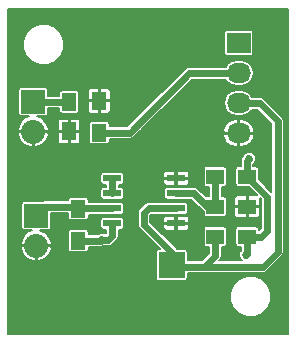
<source format=gbr>
G04 #@! TF.FileFunction,Copper,L1,Top,Signal*
%FSLAX46Y46*%
G04 Gerber Fmt 4.6, Leading zero omitted, Abs format (unit mm)*
G04 Created by KiCad (PCBNEW 4.0.1-2.201512121406+6195~38~ubuntu14.04.1-stable) date Thu 21 Apr 2016 07:43:07 PM CEST*
%MOMM*%
G01*
G04 APERTURE LIST*
%ADD10C,0.127000*%
%ADD11R,1.250000X1.500000*%
%ADD12R,2.032000X2.032000*%
%ADD13O,2.032000X2.032000*%
%ADD14R,1.300000X1.500000*%
%ADD15R,1.500000X1.300000*%
%ADD16R,1.550000X0.600000*%
%ADD17R,2.235200X2.235200*%
%ADD18R,2.032000X1.727200*%
%ADD19O,2.032000X1.727200*%
%ADD20C,0.685800*%
%ADD21C,0.609600*%
%ADD22C,0.152400*%
G04 APERTURE END LIST*
D10*
D11*
X153924000Y-86380000D03*
X153924000Y-88880000D03*
D12*
X150876000Y-86360000D03*
D13*
X150876000Y-88900000D03*
D12*
X151130000Y-96012000D03*
D13*
X151130000Y-98552000D03*
D14*
X154686000Y-98124000D03*
X154686000Y-95424000D03*
D15*
X168990000Y-97790000D03*
X166290000Y-97790000D03*
D14*
X156464000Y-88980000D03*
X156464000Y-86280000D03*
D15*
X168990000Y-92710000D03*
X166290000Y-92710000D03*
X166290000Y-95250000D03*
X168990000Y-95250000D03*
D16*
X162974000Y-96647000D03*
X162974000Y-95377000D03*
X162974000Y-94107000D03*
X162974000Y-92837000D03*
X157574000Y-92837000D03*
X157574000Y-94107000D03*
X157574000Y-95377000D03*
X157574000Y-96647000D03*
D17*
X162600000Y-100200000D03*
D18*
X168275000Y-81407000D03*
D19*
X168275000Y-83947000D03*
X168275000Y-86487000D03*
X168275000Y-89027000D03*
D20*
X168910000Y-99314000D03*
X169164000Y-91186000D03*
X156718000Y-98044000D03*
D21*
X153924000Y-86380000D02*
X150896000Y-86380000D01*
X150896000Y-86380000D02*
X150876000Y-86360000D01*
X168990000Y-97790000D02*
X168990000Y-99234000D01*
X168990000Y-99234000D02*
X168910000Y-99314000D01*
X168990000Y-92710000D02*
X168990000Y-91360000D01*
X168990000Y-91360000D02*
X169164000Y-91186000D01*
X168990000Y-97790000D02*
X170180000Y-97790000D01*
X170688000Y-94408000D02*
X168990000Y-92710000D01*
X170688000Y-97282000D02*
X170688000Y-94408000D01*
X170180000Y-97790000D02*
X170688000Y-97282000D01*
X156718000Y-98044000D02*
X157226000Y-98044000D01*
X156638000Y-98124000D02*
X156718000Y-98044000D01*
X154686000Y-98124000D02*
X156638000Y-98124000D01*
X157574000Y-97696000D02*
X157574000Y-96647000D01*
X157226000Y-98044000D02*
X157574000Y-97696000D01*
X157574000Y-95377000D02*
X154733000Y-95377000D01*
X154733000Y-95377000D02*
X154606000Y-95250000D01*
X154606000Y-95250000D02*
X151892000Y-95250000D01*
X151892000Y-95250000D02*
X151130000Y-96012000D01*
X171577000Y-90297000D02*
X171577000Y-88011000D01*
X165354000Y-100330000D02*
X170307000Y-100330000D01*
X171577000Y-99060000D02*
X170307000Y-100330000D01*
X171577000Y-90297000D02*
X171577000Y-99060000D01*
X170053000Y-86487000D02*
X168275000Y-86487000D01*
X171577000Y-88011000D02*
X170053000Y-86487000D01*
X164592000Y-100330000D02*
X165354000Y-100330000D01*
X165354000Y-100330000D02*
X166290000Y-99394000D01*
X162560000Y-100330000D02*
X162560000Y-99060000D01*
X162560000Y-99060000D02*
X160274000Y-96774000D01*
X160655000Y-95377000D02*
X162974000Y-95377000D01*
X160274000Y-95758000D02*
X160655000Y-95377000D01*
X160274000Y-96774000D02*
X160274000Y-95758000D01*
X162560000Y-100330000D02*
X164592000Y-100330000D01*
X166290000Y-99394000D02*
X166290000Y-97790000D01*
X168275000Y-83947000D02*
X164084000Y-83947000D01*
X159051000Y-88980000D02*
X156464000Y-88980000D01*
X164084000Y-83947000D02*
X159051000Y-88980000D01*
X166290000Y-95250000D02*
X165608000Y-95250000D01*
X165608000Y-95250000D02*
X164465000Y-94107000D01*
X164465000Y-94107000D02*
X162974000Y-94107000D01*
X166290000Y-92710000D02*
X166290000Y-95250000D01*
X157574000Y-92837000D02*
X157574000Y-94107000D01*
D22*
G36*
X172441400Y-106020400D02*
X148741600Y-106020400D01*
X148741600Y-103212331D01*
X167562101Y-103212331D01*
X167824710Y-103847894D01*
X168310548Y-104334581D01*
X168945652Y-104598299D01*
X169633331Y-104598899D01*
X170268894Y-104336290D01*
X170755581Y-103850452D01*
X171019299Y-103215348D01*
X171019899Y-102527669D01*
X170757290Y-101892106D01*
X170271452Y-101405419D01*
X169636348Y-101141701D01*
X168948669Y-101141101D01*
X168313106Y-101403710D01*
X167826419Y-101889548D01*
X167562701Y-102524652D01*
X167562101Y-103212331D01*
X148741600Y-103212331D01*
X148741600Y-98812617D01*
X149809268Y-98812617D01*
X149810066Y-98816645D01*
X150011815Y-99301617D01*
X150383798Y-99672467D01*
X150869383Y-99872736D01*
X151079200Y-99814695D01*
X151079200Y-98602800D01*
X151180800Y-98602800D01*
X151180800Y-99814695D01*
X151390617Y-99872736D01*
X151876202Y-99672467D01*
X152248185Y-99301617D01*
X152449934Y-98816645D01*
X152450732Y-98812617D01*
X152392628Y-98602800D01*
X151180800Y-98602800D01*
X151079200Y-98602800D01*
X149867372Y-98602800D01*
X149809268Y-98812617D01*
X148741600Y-98812617D01*
X148741600Y-98291383D01*
X149809268Y-98291383D01*
X149867372Y-98501200D01*
X151079200Y-98501200D01*
X151079200Y-98481200D01*
X151180800Y-98481200D01*
X151180800Y-98501200D01*
X152392628Y-98501200D01*
X152450732Y-98291383D01*
X152449934Y-98287355D01*
X152248185Y-97802383D01*
X151876202Y-97431533D01*
X151736704Y-97374000D01*
X153802922Y-97374000D01*
X153802922Y-98874000D01*
X153818862Y-98958714D01*
X153868928Y-99036518D01*
X153945320Y-99088715D01*
X154036000Y-99107078D01*
X155336000Y-99107078D01*
X155420714Y-99091138D01*
X155498518Y-99041072D01*
X155550715Y-98964680D01*
X155569078Y-98874000D01*
X155569078Y-98657400D01*
X156638000Y-98657400D01*
X156842123Y-98616797D01*
X156864555Y-98601809D01*
X156923628Y-98577400D01*
X157226000Y-98577400D01*
X157430123Y-98536797D01*
X157603171Y-98421171D01*
X157951171Y-98073171D01*
X158066797Y-97900124D01*
X158107400Y-97696000D01*
X158107400Y-97180078D01*
X158349000Y-97180078D01*
X158433714Y-97164138D01*
X158511518Y-97114072D01*
X158563715Y-97037680D01*
X158582078Y-96947000D01*
X158582078Y-96347000D01*
X158566138Y-96262286D01*
X158516072Y-96184482D01*
X158439680Y-96132285D01*
X158349000Y-96113922D01*
X157575619Y-96113922D01*
X157574000Y-96113600D01*
X157572381Y-96113922D01*
X156799000Y-96113922D01*
X156714286Y-96129862D01*
X156636482Y-96179928D01*
X156584285Y-96256320D01*
X156565922Y-96347000D01*
X156565922Y-96947000D01*
X156581862Y-97031714D01*
X156631928Y-97109518D01*
X156708320Y-97161715D01*
X156799000Y-97180078D01*
X157040600Y-97180078D01*
X157040600Y-97475058D01*
X157005058Y-97510600D01*
X156923691Y-97510600D01*
X156832177Y-97472600D01*
X156604820Y-97472401D01*
X156394694Y-97559224D01*
X156363263Y-97590600D01*
X155569078Y-97590600D01*
X155569078Y-97374000D01*
X155553138Y-97289286D01*
X155503072Y-97211482D01*
X155426680Y-97159285D01*
X155336000Y-97140922D01*
X154036000Y-97140922D01*
X153951286Y-97156862D01*
X153873482Y-97206928D01*
X153821285Y-97283320D01*
X153802922Y-97374000D01*
X151736704Y-97374000D01*
X151462906Y-97261078D01*
X152146000Y-97261078D01*
X152230714Y-97245138D01*
X152308518Y-97195072D01*
X152360715Y-97118680D01*
X152379078Y-97028000D01*
X152379078Y-95783400D01*
X153802922Y-95783400D01*
X153802922Y-96174000D01*
X153818862Y-96258714D01*
X153868928Y-96336518D01*
X153945320Y-96388715D01*
X154036000Y-96407078D01*
X155336000Y-96407078D01*
X155420714Y-96391138D01*
X155498518Y-96341072D01*
X155550715Y-96264680D01*
X155569078Y-96174000D01*
X155569078Y-95910400D01*
X157574000Y-95910400D01*
X157575619Y-95910078D01*
X158349000Y-95910078D01*
X158433714Y-95894138D01*
X158511518Y-95844072D01*
X158563715Y-95767680D01*
X158565675Y-95758000D01*
X159740600Y-95758000D01*
X159740600Y-96774000D01*
X159781203Y-96978123D01*
X159896829Y-97151171D01*
X161594980Y-98849322D01*
X161482400Y-98849322D01*
X161397686Y-98865262D01*
X161319882Y-98915328D01*
X161267685Y-98991720D01*
X161249322Y-99082400D01*
X161249322Y-101317600D01*
X161265262Y-101402314D01*
X161315328Y-101480118D01*
X161391720Y-101532315D01*
X161482400Y-101550678D01*
X163717600Y-101550678D01*
X163802314Y-101534738D01*
X163880118Y-101484672D01*
X163932315Y-101408280D01*
X163950678Y-101317600D01*
X163950678Y-100863400D01*
X170307000Y-100863400D01*
X170511123Y-100822797D01*
X170684171Y-100707171D01*
X171954171Y-99437171D01*
X172069797Y-99264124D01*
X172110400Y-99060000D01*
X172110400Y-88011000D01*
X172069797Y-87806877D01*
X172069797Y-87806876D01*
X172023484Y-87737563D01*
X171954171Y-87633829D01*
X171954168Y-87633827D01*
X170430171Y-86109829D01*
X170257123Y-85994203D01*
X170053000Y-85953600D01*
X169383714Y-85953600D01*
X169224085Y-85714698D01*
X168869750Y-85477939D01*
X168451783Y-85394800D01*
X168098217Y-85394800D01*
X167680250Y-85477939D01*
X167325915Y-85714698D01*
X167089156Y-86069033D01*
X167006017Y-86487000D01*
X167089156Y-86904967D01*
X167325915Y-87259302D01*
X167680250Y-87496061D01*
X168098217Y-87579200D01*
X168451783Y-87579200D01*
X168869750Y-87496061D01*
X169224085Y-87259302D01*
X169383714Y-87020400D01*
X169832058Y-87020400D01*
X171043600Y-88231941D01*
X171043600Y-94009259D01*
X169973078Y-92938736D01*
X169973078Y-92060000D01*
X169957138Y-91975286D01*
X169907072Y-91897482D01*
X169830680Y-91845285D01*
X169740000Y-91826922D01*
X169523400Y-91826922D01*
X169523400Y-91634745D01*
X169648211Y-91510151D01*
X169735400Y-91300177D01*
X169735599Y-91072820D01*
X169648776Y-90862694D01*
X169488151Y-90701789D01*
X169278177Y-90614600D01*
X169050820Y-90614401D01*
X168840694Y-90701224D01*
X168679789Y-90861849D01*
X168641430Y-90954228D01*
X168612829Y-90982829D01*
X168497203Y-91155877D01*
X168456600Y-91360000D01*
X168456600Y-91826922D01*
X168240000Y-91826922D01*
X168155286Y-91842862D01*
X168077482Y-91892928D01*
X168025285Y-91969320D01*
X168006922Y-92060000D01*
X168006922Y-93360000D01*
X168022862Y-93444714D01*
X168072928Y-93522518D01*
X168149320Y-93574715D01*
X168240000Y-93593078D01*
X169118736Y-93593078D01*
X169795459Y-94269800D01*
X169123350Y-94269800D01*
X169040800Y-94352350D01*
X169040800Y-95199200D01*
X169987650Y-95199200D01*
X170070200Y-95116650D01*
X170070200Y-94544541D01*
X170154600Y-94628941D01*
X170154600Y-97061059D01*
X169973078Y-97242580D01*
X169973078Y-97140000D01*
X169957138Y-97055286D01*
X169907072Y-96977482D01*
X169830680Y-96925285D01*
X169740000Y-96906922D01*
X168240000Y-96906922D01*
X168155286Y-96922862D01*
X168077482Y-96972928D01*
X168025285Y-97049320D01*
X168006922Y-97140000D01*
X168006922Y-98440000D01*
X168022862Y-98524714D01*
X168072928Y-98602518D01*
X168149320Y-98654715D01*
X168240000Y-98673078D01*
X168456600Y-98673078D01*
X168456600Y-98959092D01*
X168425789Y-98989849D01*
X168338600Y-99199823D01*
X168338401Y-99427180D01*
X168425224Y-99637306D01*
X168584241Y-99796600D01*
X166641742Y-99796600D01*
X166667171Y-99771171D01*
X166782797Y-99598123D01*
X166823400Y-99394000D01*
X166823400Y-98673078D01*
X167040000Y-98673078D01*
X167124714Y-98657138D01*
X167202518Y-98607072D01*
X167254715Y-98530680D01*
X167273078Y-98440000D01*
X167273078Y-97140000D01*
X167257138Y-97055286D01*
X167207072Y-96977482D01*
X167130680Y-96925285D01*
X167040000Y-96906922D01*
X165540000Y-96906922D01*
X165455286Y-96922862D01*
X165377482Y-96972928D01*
X165325285Y-97049320D01*
X165306922Y-97140000D01*
X165306922Y-98440000D01*
X165322862Y-98524714D01*
X165372928Y-98602518D01*
X165449320Y-98654715D01*
X165540000Y-98673078D01*
X165756600Y-98673078D01*
X165756600Y-99173058D01*
X165133058Y-99796600D01*
X163950678Y-99796600D01*
X163950678Y-99082400D01*
X163934738Y-98997686D01*
X163884672Y-98919882D01*
X163808280Y-98867685D01*
X163717600Y-98849322D01*
X163048417Y-98849322D01*
X162937171Y-98682829D01*
X161034692Y-96780350D01*
X161868800Y-96780350D01*
X161868800Y-97012681D01*
X161919070Y-97134043D01*
X162011957Y-97226930D01*
X162133319Y-97277200D01*
X162840650Y-97277200D01*
X162923200Y-97194650D01*
X162923200Y-96697800D01*
X163024800Y-96697800D01*
X163024800Y-97194650D01*
X163107350Y-97277200D01*
X163814681Y-97277200D01*
X163936043Y-97226930D01*
X164028930Y-97134043D01*
X164079200Y-97012681D01*
X164079200Y-96780350D01*
X163996650Y-96697800D01*
X163024800Y-96697800D01*
X162923200Y-96697800D01*
X161951350Y-96697800D01*
X161868800Y-96780350D01*
X161034692Y-96780350D01*
X160807400Y-96553058D01*
X160807400Y-96281319D01*
X161868800Y-96281319D01*
X161868800Y-96513650D01*
X161951350Y-96596200D01*
X162923200Y-96596200D01*
X162923200Y-96099350D01*
X163024800Y-96099350D01*
X163024800Y-96596200D01*
X163996650Y-96596200D01*
X164079200Y-96513650D01*
X164079200Y-96281319D01*
X164028930Y-96159957D01*
X163936043Y-96067070D01*
X163814681Y-96016800D01*
X163107350Y-96016800D01*
X163024800Y-96099350D01*
X162923200Y-96099350D01*
X162840650Y-96016800D01*
X162133319Y-96016800D01*
X162011957Y-96067070D01*
X161919070Y-96159957D01*
X161868800Y-96281319D01*
X160807400Y-96281319D01*
X160807400Y-95978942D01*
X160875941Y-95910400D01*
X162974000Y-95910400D01*
X162975619Y-95910078D01*
X163749000Y-95910078D01*
X163833714Y-95894138D01*
X163911518Y-95844072D01*
X163963715Y-95767680D01*
X163982078Y-95677000D01*
X163982078Y-95077000D01*
X163966138Y-94992286D01*
X163916072Y-94914482D01*
X163839680Y-94862285D01*
X163749000Y-94843922D01*
X162975619Y-94843922D01*
X162974000Y-94843600D01*
X160655000Y-94843600D01*
X160450876Y-94884203D01*
X160412376Y-94909928D01*
X160277829Y-94999829D01*
X160277827Y-94999832D01*
X159896829Y-95380829D01*
X159781203Y-95553877D01*
X159740600Y-95758000D01*
X158565675Y-95758000D01*
X158582078Y-95677000D01*
X158582078Y-95077000D01*
X158566138Y-94992286D01*
X158516072Y-94914482D01*
X158439680Y-94862285D01*
X158349000Y-94843922D01*
X157575619Y-94843922D01*
X157574000Y-94843600D01*
X155569078Y-94843600D01*
X155569078Y-94674000D01*
X155553138Y-94589286D01*
X155503072Y-94511482D01*
X155426680Y-94459285D01*
X155336000Y-94440922D01*
X154036000Y-94440922D01*
X153951286Y-94456862D01*
X153873482Y-94506928D01*
X153821285Y-94583320D01*
X153802922Y-94674000D01*
X153802922Y-94716600D01*
X151892005Y-94716600D01*
X151892000Y-94716599D01*
X151687877Y-94757203D01*
X151679318Y-94762922D01*
X150114000Y-94762922D01*
X150029286Y-94778862D01*
X149951482Y-94828928D01*
X149899285Y-94905320D01*
X149880922Y-94996000D01*
X149880922Y-97028000D01*
X149896862Y-97112714D01*
X149946928Y-97190518D01*
X150023320Y-97242715D01*
X150114000Y-97261078D01*
X150797094Y-97261078D01*
X150383798Y-97431533D01*
X150011815Y-97802383D01*
X149810066Y-98287355D01*
X149809268Y-98291383D01*
X148741600Y-98291383D01*
X148741600Y-92537000D01*
X156565922Y-92537000D01*
X156565922Y-93137000D01*
X156581862Y-93221714D01*
X156631928Y-93299518D01*
X156708320Y-93351715D01*
X156799000Y-93370078D01*
X157040600Y-93370078D01*
X157040600Y-93573922D01*
X156799000Y-93573922D01*
X156714286Y-93589862D01*
X156636482Y-93639928D01*
X156584285Y-93716320D01*
X156565922Y-93807000D01*
X156565922Y-94407000D01*
X156581862Y-94491714D01*
X156631928Y-94569518D01*
X156708320Y-94621715D01*
X156799000Y-94640078D01*
X157572381Y-94640078D01*
X157574000Y-94640400D01*
X157575619Y-94640078D01*
X158349000Y-94640078D01*
X158433714Y-94624138D01*
X158511518Y-94574072D01*
X158563715Y-94497680D01*
X158582078Y-94407000D01*
X158582078Y-93807000D01*
X161965922Y-93807000D01*
X161965922Y-94407000D01*
X161981862Y-94491714D01*
X162031928Y-94569518D01*
X162108320Y-94621715D01*
X162199000Y-94640078D01*
X162972381Y-94640078D01*
X162974000Y-94640400D01*
X164244058Y-94640400D01*
X165230829Y-95627171D01*
X165306922Y-95678014D01*
X165306922Y-95900000D01*
X165322862Y-95984714D01*
X165372928Y-96062518D01*
X165449320Y-96114715D01*
X165540000Y-96133078D01*
X167040000Y-96133078D01*
X167124714Y-96117138D01*
X167202518Y-96067072D01*
X167254715Y-95990680D01*
X167273078Y-95900000D01*
X167273078Y-95383350D01*
X167909800Y-95383350D01*
X167909800Y-95965681D01*
X167960070Y-96087043D01*
X168052957Y-96179930D01*
X168174319Y-96230200D01*
X168856650Y-96230200D01*
X168939200Y-96147650D01*
X168939200Y-95300800D01*
X169040800Y-95300800D01*
X169040800Y-96147650D01*
X169123350Y-96230200D01*
X169805681Y-96230200D01*
X169927043Y-96179930D01*
X170019930Y-96087043D01*
X170070200Y-95965681D01*
X170070200Y-95383350D01*
X169987650Y-95300800D01*
X169040800Y-95300800D01*
X168939200Y-95300800D01*
X167992350Y-95300800D01*
X167909800Y-95383350D01*
X167273078Y-95383350D01*
X167273078Y-94600000D01*
X167260720Y-94534319D01*
X167909800Y-94534319D01*
X167909800Y-95116650D01*
X167992350Y-95199200D01*
X168939200Y-95199200D01*
X168939200Y-94352350D01*
X168856650Y-94269800D01*
X168174319Y-94269800D01*
X168052957Y-94320070D01*
X167960070Y-94412957D01*
X167909800Y-94534319D01*
X167260720Y-94534319D01*
X167257138Y-94515286D01*
X167207072Y-94437482D01*
X167130680Y-94385285D01*
X167040000Y-94366922D01*
X166823400Y-94366922D01*
X166823400Y-93593078D01*
X167040000Y-93593078D01*
X167124714Y-93577138D01*
X167202518Y-93527072D01*
X167254715Y-93450680D01*
X167273078Y-93360000D01*
X167273078Y-92060000D01*
X167257138Y-91975286D01*
X167207072Y-91897482D01*
X167130680Y-91845285D01*
X167040000Y-91826922D01*
X165540000Y-91826922D01*
X165455286Y-91842862D01*
X165377482Y-91892928D01*
X165325285Y-91969320D01*
X165306922Y-92060000D01*
X165306922Y-93360000D01*
X165322862Y-93444714D01*
X165372928Y-93522518D01*
X165449320Y-93574715D01*
X165540000Y-93593078D01*
X165756600Y-93593078D01*
X165756600Y-94366922D01*
X165540000Y-94366922D01*
X165488882Y-94376540D01*
X164842171Y-93729829D01*
X164669123Y-93614203D01*
X164465000Y-93573600D01*
X162974000Y-93573600D01*
X162972381Y-93573922D01*
X162199000Y-93573922D01*
X162114286Y-93589862D01*
X162036482Y-93639928D01*
X161984285Y-93716320D01*
X161965922Y-93807000D01*
X158582078Y-93807000D01*
X158566138Y-93722286D01*
X158516072Y-93644482D01*
X158439680Y-93592285D01*
X158349000Y-93573922D01*
X158107400Y-93573922D01*
X158107400Y-93370078D01*
X158349000Y-93370078D01*
X158433714Y-93354138D01*
X158511518Y-93304072D01*
X158563715Y-93227680D01*
X158582078Y-93137000D01*
X158582078Y-92970350D01*
X161868800Y-92970350D01*
X161868800Y-93202681D01*
X161919070Y-93324043D01*
X162011957Y-93416930D01*
X162133319Y-93467200D01*
X162840650Y-93467200D01*
X162923200Y-93384650D01*
X162923200Y-92887800D01*
X163024800Y-92887800D01*
X163024800Y-93384650D01*
X163107350Y-93467200D01*
X163814681Y-93467200D01*
X163936043Y-93416930D01*
X164028930Y-93324043D01*
X164079200Y-93202681D01*
X164079200Y-92970350D01*
X163996650Y-92887800D01*
X163024800Y-92887800D01*
X162923200Y-92887800D01*
X161951350Y-92887800D01*
X161868800Y-92970350D01*
X158582078Y-92970350D01*
X158582078Y-92537000D01*
X158569720Y-92471319D01*
X161868800Y-92471319D01*
X161868800Y-92703650D01*
X161951350Y-92786200D01*
X162923200Y-92786200D01*
X162923200Y-92289350D01*
X163024800Y-92289350D01*
X163024800Y-92786200D01*
X163996650Y-92786200D01*
X164079200Y-92703650D01*
X164079200Y-92471319D01*
X164028930Y-92349957D01*
X163936043Y-92257070D01*
X163814681Y-92206800D01*
X163107350Y-92206800D01*
X163024800Y-92289350D01*
X162923200Y-92289350D01*
X162840650Y-92206800D01*
X162133319Y-92206800D01*
X162011957Y-92257070D01*
X161919070Y-92349957D01*
X161868800Y-92471319D01*
X158569720Y-92471319D01*
X158566138Y-92452286D01*
X158516072Y-92374482D01*
X158439680Y-92322285D01*
X158349000Y-92303922D01*
X157575619Y-92303922D01*
X157574000Y-92303600D01*
X157572381Y-92303922D01*
X156799000Y-92303922D01*
X156714286Y-92319862D01*
X156636482Y-92369928D01*
X156584285Y-92446320D01*
X156565922Y-92537000D01*
X148741600Y-92537000D01*
X148741600Y-89160617D01*
X149555268Y-89160617D01*
X149556066Y-89164645D01*
X149757815Y-89649617D01*
X150129798Y-90020467D01*
X150615383Y-90220736D01*
X150825200Y-90162695D01*
X150825200Y-88950800D01*
X150926800Y-88950800D01*
X150926800Y-90162695D01*
X151136617Y-90220736D01*
X151622202Y-90020467D01*
X151994185Y-89649617D01*
X152195934Y-89164645D01*
X152196732Y-89160617D01*
X152155950Y-89013350D01*
X152968800Y-89013350D01*
X152968800Y-89695681D01*
X153019070Y-89817043D01*
X153111957Y-89909930D01*
X153233319Y-89960200D01*
X153790650Y-89960200D01*
X153873200Y-89877650D01*
X153873200Y-88930800D01*
X153974800Y-88930800D01*
X153974800Y-89877650D01*
X154057350Y-89960200D01*
X154614681Y-89960200D01*
X154736043Y-89909930D01*
X154828930Y-89817043D01*
X154879200Y-89695681D01*
X154879200Y-89013350D01*
X154796650Y-88930800D01*
X153974800Y-88930800D01*
X153873200Y-88930800D01*
X153051350Y-88930800D01*
X152968800Y-89013350D01*
X152155950Y-89013350D01*
X152138628Y-88950800D01*
X150926800Y-88950800D01*
X150825200Y-88950800D01*
X149613372Y-88950800D01*
X149555268Y-89160617D01*
X148741600Y-89160617D01*
X148741600Y-88639383D01*
X149555268Y-88639383D01*
X149613372Y-88849200D01*
X150825200Y-88849200D01*
X150825200Y-88829200D01*
X150926800Y-88829200D01*
X150926800Y-88849200D01*
X152138628Y-88849200D01*
X152196732Y-88639383D01*
X152195934Y-88635355D01*
X151994185Y-88150383D01*
X151907859Y-88064319D01*
X152968800Y-88064319D01*
X152968800Y-88746650D01*
X153051350Y-88829200D01*
X153873200Y-88829200D01*
X153873200Y-87882350D01*
X153974800Y-87882350D01*
X153974800Y-88829200D01*
X154796650Y-88829200D01*
X154879200Y-88746650D01*
X154879200Y-88230000D01*
X155580922Y-88230000D01*
X155580922Y-89730000D01*
X155596862Y-89814714D01*
X155646928Y-89892518D01*
X155723320Y-89944715D01*
X155814000Y-89963078D01*
X157114000Y-89963078D01*
X157198714Y-89947138D01*
X157276518Y-89897072D01*
X157328715Y-89820680D01*
X157347078Y-89730000D01*
X157347078Y-89513400D01*
X159051000Y-89513400D01*
X159255123Y-89472797D01*
X159428171Y-89357171D01*
X159521585Y-89263757D01*
X166952512Y-89263757D01*
X167000232Y-89436914D01*
X167242535Y-89835223D01*
X167618819Y-90110487D01*
X168071800Y-90220800D01*
X168224200Y-90220800D01*
X168224200Y-89077800D01*
X168325800Y-89077800D01*
X168325800Y-90220800D01*
X168478200Y-90220800D01*
X168931181Y-90110487D01*
X169307465Y-89835223D01*
X169549768Y-89436914D01*
X169597488Y-89263757D01*
X169537488Y-89077800D01*
X168325800Y-89077800D01*
X168224200Y-89077800D01*
X167012512Y-89077800D01*
X166952512Y-89263757D01*
X159521585Y-89263757D01*
X159995099Y-88790243D01*
X166952512Y-88790243D01*
X167012512Y-88976200D01*
X168224200Y-88976200D01*
X168224200Y-87833200D01*
X168325800Y-87833200D01*
X168325800Y-88976200D01*
X169537488Y-88976200D01*
X169597488Y-88790243D01*
X169549768Y-88617086D01*
X169307465Y-88218777D01*
X168931181Y-87943513D01*
X168478200Y-87833200D01*
X168325800Y-87833200D01*
X168224200Y-87833200D01*
X168071800Y-87833200D01*
X167618819Y-87943513D01*
X167242535Y-88218777D01*
X167000232Y-88617086D01*
X166952512Y-88790243D01*
X159995099Y-88790243D01*
X164304942Y-84480400D01*
X167166286Y-84480400D01*
X167325915Y-84719302D01*
X167680250Y-84956061D01*
X168098217Y-85039200D01*
X168451783Y-85039200D01*
X168869750Y-84956061D01*
X169224085Y-84719302D01*
X169460844Y-84364967D01*
X169543983Y-83947000D01*
X169460844Y-83529033D01*
X169224085Y-83174698D01*
X168869750Y-82937939D01*
X168451783Y-82854800D01*
X168098217Y-82854800D01*
X167680250Y-82937939D01*
X167325915Y-83174698D01*
X167166286Y-83413600D01*
X164084000Y-83413600D01*
X163879877Y-83454203D01*
X163706829Y-83569829D01*
X158830058Y-88446600D01*
X157347078Y-88446600D01*
X157347078Y-88230000D01*
X157331138Y-88145286D01*
X157281072Y-88067482D01*
X157204680Y-88015285D01*
X157114000Y-87996922D01*
X155814000Y-87996922D01*
X155729286Y-88012862D01*
X155651482Y-88062928D01*
X155599285Y-88139320D01*
X155580922Y-88230000D01*
X154879200Y-88230000D01*
X154879200Y-88064319D01*
X154828930Y-87942957D01*
X154736043Y-87850070D01*
X154614681Y-87799800D01*
X154057350Y-87799800D01*
X153974800Y-87882350D01*
X153873200Y-87882350D01*
X153790650Y-87799800D01*
X153233319Y-87799800D01*
X153111957Y-87850070D01*
X153019070Y-87942957D01*
X152968800Y-88064319D01*
X151907859Y-88064319D01*
X151622202Y-87779533D01*
X151208906Y-87609078D01*
X151892000Y-87609078D01*
X151976714Y-87593138D01*
X152054518Y-87543072D01*
X152106715Y-87466680D01*
X152125078Y-87376000D01*
X152125078Y-86913400D01*
X153065922Y-86913400D01*
X153065922Y-87130000D01*
X153081862Y-87214714D01*
X153131928Y-87292518D01*
X153208320Y-87344715D01*
X153299000Y-87363078D01*
X154549000Y-87363078D01*
X154633714Y-87347138D01*
X154711518Y-87297072D01*
X154763715Y-87220680D01*
X154782078Y-87130000D01*
X154782078Y-86413350D01*
X155483800Y-86413350D01*
X155483800Y-87095681D01*
X155534070Y-87217043D01*
X155626957Y-87309930D01*
X155748319Y-87360200D01*
X156330650Y-87360200D01*
X156413200Y-87277650D01*
X156413200Y-86330800D01*
X156514800Y-86330800D01*
X156514800Y-87277650D01*
X156597350Y-87360200D01*
X157179681Y-87360200D01*
X157301043Y-87309930D01*
X157393930Y-87217043D01*
X157444200Y-87095681D01*
X157444200Y-86413350D01*
X157361650Y-86330800D01*
X156514800Y-86330800D01*
X156413200Y-86330800D01*
X155566350Y-86330800D01*
X155483800Y-86413350D01*
X154782078Y-86413350D01*
X154782078Y-85630000D01*
X154766138Y-85545286D01*
X154716072Y-85467482D01*
X154711443Y-85464319D01*
X155483800Y-85464319D01*
X155483800Y-86146650D01*
X155566350Y-86229200D01*
X156413200Y-86229200D01*
X156413200Y-85282350D01*
X156514800Y-85282350D01*
X156514800Y-86229200D01*
X157361650Y-86229200D01*
X157444200Y-86146650D01*
X157444200Y-85464319D01*
X157393930Y-85342957D01*
X157301043Y-85250070D01*
X157179681Y-85199800D01*
X156597350Y-85199800D01*
X156514800Y-85282350D01*
X156413200Y-85282350D01*
X156330650Y-85199800D01*
X155748319Y-85199800D01*
X155626957Y-85250070D01*
X155534070Y-85342957D01*
X155483800Y-85464319D01*
X154711443Y-85464319D01*
X154639680Y-85415285D01*
X154549000Y-85396922D01*
X153299000Y-85396922D01*
X153214286Y-85412862D01*
X153136482Y-85462928D01*
X153084285Y-85539320D01*
X153065922Y-85630000D01*
X153065922Y-85846600D01*
X152125078Y-85846600D01*
X152125078Y-85344000D01*
X152109138Y-85259286D01*
X152059072Y-85181482D01*
X151982680Y-85129285D01*
X151892000Y-85110922D01*
X149860000Y-85110922D01*
X149775286Y-85126862D01*
X149697482Y-85176928D01*
X149645285Y-85253320D01*
X149626922Y-85344000D01*
X149626922Y-87376000D01*
X149642862Y-87460714D01*
X149692928Y-87538518D01*
X149769320Y-87590715D01*
X149860000Y-87609078D01*
X150543094Y-87609078D01*
X150129798Y-87779533D01*
X149757815Y-88150383D01*
X149556066Y-88635355D01*
X149555268Y-88639383D01*
X148741600Y-88639383D01*
X148741600Y-81876331D01*
X150036101Y-81876331D01*
X150298710Y-82511894D01*
X150784548Y-82998581D01*
X151419652Y-83262299D01*
X152107331Y-83262899D01*
X152742894Y-83000290D01*
X153229581Y-82514452D01*
X153493299Y-81879348D01*
X153493899Y-81191669D01*
X153231290Y-80556106D01*
X153218607Y-80543400D01*
X167025922Y-80543400D01*
X167025922Y-82270600D01*
X167041862Y-82355314D01*
X167091928Y-82433118D01*
X167168320Y-82485315D01*
X167259000Y-82503678D01*
X169291000Y-82503678D01*
X169375714Y-82487738D01*
X169453518Y-82437672D01*
X169505715Y-82361280D01*
X169524078Y-82270600D01*
X169524078Y-80543400D01*
X169508138Y-80458686D01*
X169458072Y-80380882D01*
X169381680Y-80328685D01*
X169291000Y-80310322D01*
X167259000Y-80310322D01*
X167174286Y-80326262D01*
X167096482Y-80376328D01*
X167044285Y-80452720D01*
X167025922Y-80543400D01*
X153218607Y-80543400D01*
X152745452Y-80069419D01*
X152110348Y-79805701D01*
X151422669Y-79805101D01*
X150787106Y-80067710D01*
X150300419Y-80553548D01*
X150036701Y-81188652D01*
X150036101Y-81876331D01*
X148741600Y-81876331D01*
X148741600Y-78510600D01*
X172441400Y-78510600D01*
X172441400Y-106020400D01*
X172441400Y-106020400D01*
G37*
X172441400Y-106020400D02*
X148741600Y-106020400D01*
X148741600Y-103212331D01*
X167562101Y-103212331D01*
X167824710Y-103847894D01*
X168310548Y-104334581D01*
X168945652Y-104598299D01*
X169633331Y-104598899D01*
X170268894Y-104336290D01*
X170755581Y-103850452D01*
X171019299Y-103215348D01*
X171019899Y-102527669D01*
X170757290Y-101892106D01*
X170271452Y-101405419D01*
X169636348Y-101141701D01*
X168948669Y-101141101D01*
X168313106Y-101403710D01*
X167826419Y-101889548D01*
X167562701Y-102524652D01*
X167562101Y-103212331D01*
X148741600Y-103212331D01*
X148741600Y-98812617D01*
X149809268Y-98812617D01*
X149810066Y-98816645D01*
X150011815Y-99301617D01*
X150383798Y-99672467D01*
X150869383Y-99872736D01*
X151079200Y-99814695D01*
X151079200Y-98602800D01*
X151180800Y-98602800D01*
X151180800Y-99814695D01*
X151390617Y-99872736D01*
X151876202Y-99672467D01*
X152248185Y-99301617D01*
X152449934Y-98816645D01*
X152450732Y-98812617D01*
X152392628Y-98602800D01*
X151180800Y-98602800D01*
X151079200Y-98602800D01*
X149867372Y-98602800D01*
X149809268Y-98812617D01*
X148741600Y-98812617D01*
X148741600Y-98291383D01*
X149809268Y-98291383D01*
X149867372Y-98501200D01*
X151079200Y-98501200D01*
X151079200Y-98481200D01*
X151180800Y-98481200D01*
X151180800Y-98501200D01*
X152392628Y-98501200D01*
X152450732Y-98291383D01*
X152449934Y-98287355D01*
X152248185Y-97802383D01*
X151876202Y-97431533D01*
X151736704Y-97374000D01*
X153802922Y-97374000D01*
X153802922Y-98874000D01*
X153818862Y-98958714D01*
X153868928Y-99036518D01*
X153945320Y-99088715D01*
X154036000Y-99107078D01*
X155336000Y-99107078D01*
X155420714Y-99091138D01*
X155498518Y-99041072D01*
X155550715Y-98964680D01*
X155569078Y-98874000D01*
X155569078Y-98657400D01*
X156638000Y-98657400D01*
X156842123Y-98616797D01*
X156864555Y-98601809D01*
X156923628Y-98577400D01*
X157226000Y-98577400D01*
X157430123Y-98536797D01*
X157603171Y-98421171D01*
X157951171Y-98073171D01*
X158066797Y-97900124D01*
X158107400Y-97696000D01*
X158107400Y-97180078D01*
X158349000Y-97180078D01*
X158433714Y-97164138D01*
X158511518Y-97114072D01*
X158563715Y-97037680D01*
X158582078Y-96947000D01*
X158582078Y-96347000D01*
X158566138Y-96262286D01*
X158516072Y-96184482D01*
X158439680Y-96132285D01*
X158349000Y-96113922D01*
X157575619Y-96113922D01*
X157574000Y-96113600D01*
X157572381Y-96113922D01*
X156799000Y-96113922D01*
X156714286Y-96129862D01*
X156636482Y-96179928D01*
X156584285Y-96256320D01*
X156565922Y-96347000D01*
X156565922Y-96947000D01*
X156581862Y-97031714D01*
X156631928Y-97109518D01*
X156708320Y-97161715D01*
X156799000Y-97180078D01*
X157040600Y-97180078D01*
X157040600Y-97475058D01*
X157005058Y-97510600D01*
X156923691Y-97510600D01*
X156832177Y-97472600D01*
X156604820Y-97472401D01*
X156394694Y-97559224D01*
X156363263Y-97590600D01*
X155569078Y-97590600D01*
X155569078Y-97374000D01*
X155553138Y-97289286D01*
X155503072Y-97211482D01*
X155426680Y-97159285D01*
X155336000Y-97140922D01*
X154036000Y-97140922D01*
X153951286Y-97156862D01*
X153873482Y-97206928D01*
X153821285Y-97283320D01*
X153802922Y-97374000D01*
X151736704Y-97374000D01*
X151462906Y-97261078D01*
X152146000Y-97261078D01*
X152230714Y-97245138D01*
X152308518Y-97195072D01*
X152360715Y-97118680D01*
X152379078Y-97028000D01*
X152379078Y-95783400D01*
X153802922Y-95783400D01*
X153802922Y-96174000D01*
X153818862Y-96258714D01*
X153868928Y-96336518D01*
X153945320Y-96388715D01*
X154036000Y-96407078D01*
X155336000Y-96407078D01*
X155420714Y-96391138D01*
X155498518Y-96341072D01*
X155550715Y-96264680D01*
X155569078Y-96174000D01*
X155569078Y-95910400D01*
X157574000Y-95910400D01*
X157575619Y-95910078D01*
X158349000Y-95910078D01*
X158433714Y-95894138D01*
X158511518Y-95844072D01*
X158563715Y-95767680D01*
X158565675Y-95758000D01*
X159740600Y-95758000D01*
X159740600Y-96774000D01*
X159781203Y-96978123D01*
X159896829Y-97151171D01*
X161594980Y-98849322D01*
X161482400Y-98849322D01*
X161397686Y-98865262D01*
X161319882Y-98915328D01*
X161267685Y-98991720D01*
X161249322Y-99082400D01*
X161249322Y-101317600D01*
X161265262Y-101402314D01*
X161315328Y-101480118D01*
X161391720Y-101532315D01*
X161482400Y-101550678D01*
X163717600Y-101550678D01*
X163802314Y-101534738D01*
X163880118Y-101484672D01*
X163932315Y-101408280D01*
X163950678Y-101317600D01*
X163950678Y-100863400D01*
X170307000Y-100863400D01*
X170511123Y-100822797D01*
X170684171Y-100707171D01*
X171954171Y-99437171D01*
X172069797Y-99264124D01*
X172110400Y-99060000D01*
X172110400Y-88011000D01*
X172069797Y-87806877D01*
X172069797Y-87806876D01*
X172023484Y-87737563D01*
X171954171Y-87633829D01*
X171954168Y-87633827D01*
X170430171Y-86109829D01*
X170257123Y-85994203D01*
X170053000Y-85953600D01*
X169383714Y-85953600D01*
X169224085Y-85714698D01*
X168869750Y-85477939D01*
X168451783Y-85394800D01*
X168098217Y-85394800D01*
X167680250Y-85477939D01*
X167325915Y-85714698D01*
X167089156Y-86069033D01*
X167006017Y-86487000D01*
X167089156Y-86904967D01*
X167325915Y-87259302D01*
X167680250Y-87496061D01*
X168098217Y-87579200D01*
X168451783Y-87579200D01*
X168869750Y-87496061D01*
X169224085Y-87259302D01*
X169383714Y-87020400D01*
X169832058Y-87020400D01*
X171043600Y-88231941D01*
X171043600Y-94009259D01*
X169973078Y-92938736D01*
X169973078Y-92060000D01*
X169957138Y-91975286D01*
X169907072Y-91897482D01*
X169830680Y-91845285D01*
X169740000Y-91826922D01*
X169523400Y-91826922D01*
X169523400Y-91634745D01*
X169648211Y-91510151D01*
X169735400Y-91300177D01*
X169735599Y-91072820D01*
X169648776Y-90862694D01*
X169488151Y-90701789D01*
X169278177Y-90614600D01*
X169050820Y-90614401D01*
X168840694Y-90701224D01*
X168679789Y-90861849D01*
X168641430Y-90954228D01*
X168612829Y-90982829D01*
X168497203Y-91155877D01*
X168456600Y-91360000D01*
X168456600Y-91826922D01*
X168240000Y-91826922D01*
X168155286Y-91842862D01*
X168077482Y-91892928D01*
X168025285Y-91969320D01*
X168006922Y-92060000D01*
X168006922Y-93360000D01*
X168022862Y-93444714D01*
X168072928Y-93522518D01*
X168149320Y-93574715D01*
X168240000Y-93593078D01*
X169118736Y-93593078D01*
X169795459Y-94269800D01*
X169123350Y-94269800D01*
X169040800Y-94352350D01*
X169040800Y-95199200D01*
X169987650Y-95199200D01*
X170070200Y-95116650D01*
X170070200Y-94544541D01*
X170154600Y-94628941D01*
X170154600Y-97061059D01*
X169973078Y-97242580D01*
X169973078Y-97140000D01*
X169957138Y-97055286D01*
X169907072Y-96977482D01*
X169830680Y-96925285D01*
X169740000Y-96906922D01*
X168240000Y-96906922D01*
X168155286Y-96922862D01*
X168077482Y-96972928D01*
X168025285Y-97049320D01*
X168006922Y-97140000D01*
X168006922Y-98440000D01*
X168022862Y-98524714D01*
X168072928Y-98602518D01*
X168149320Y-98654715D01*
X168240000Y-98673078D01*
X168456600Y-98673078D01*
X168456600Y-98959092D01*
X168425789Y-98989849D01*
X168338600Y-99199823D01*
X168338401Y-99427180D01*
X168425224Y-99637306D01*
X168584241Y-99796600D01*
X166641742Y-99796600D01*
X166667171Y-99771171D01*
X166782797Y-99598123D01*
X166823400Y-99394000D01*
X166823400Y-98673078D01*
X167040000Y-98673078D01*
X167124714Y-98657138D01*
X167202518Y-98607072D01*
X167254715Y-98530680D01*
X167273078Y-98440000D01*
X167273078Y-97140000D01*
X167257138Y-97055286D01*
X167207072Y-96977482D01*
X167130680Y-96925285D01*
X167040000Y-96906922D01*
X165540000Y-96906922D01*
X165455286Y-96922862D01*
X165377482Y-96972928D01*
X165325285Y-97049320D01*
X165306922Y-97140000D01*
X165306922Y-98440000D01*
X165322862Y-98524714D01*
X165372928Y-98602518D01*
X165449320Y-98654715D01*
X165540000Y-98673078D01*
X165756600Y-98673078D01*
X165756600Y-99173058D01*
X165133058Y-99796600D01*
X163950678Y-99796600D01*
X163950678Y-99082400D01*
X163934738Y-98997686D01*
X163884672Y-98919882D01*
X163808280Y-98867685D01*
X163717600Y-98849322D01*
X163048417Y-98849322D01*
X162937171Y-98682829D01*
X161034692Y-96780350D01*
X161868800Y-96780350D01*
X161868800Y-97012681D01*
X161919070Y-97134043D01*
X162011957Y-97226930D01*
X162133319Y-97277200D01*
X162840650Y-97277200D01*
X162923200Y-97194650D01*
X162923200Y-96697800D01*
X163024800Y-96697800D01*
X163024800Y-97194650D01*
X163107350Y-97277200D01*
X163814681Y-97277200D01*
X163936043Y-97226930D01*
X164028930Y-97134043D01*
X164079200Y-97012681D01*
X164079200Y-96780350D01*
X163996650Y-96697800D01*
X163024800Y-96697800D01*
X162923200Y-96697800D01*
X161951350Y-96697800D01*
X161868800Y-96780350D01*
X161034692Y-96780350D01*
X160807400Y-96553058D01*
X160807400Y-96281319D01*
X161868800Y-96281319D01*
X161868800Y-96513650D01*
X161951350Y-96596200D01*
X162923200Y-96596200D01*
X162923200Y-96099350D01*
X163024800Y-96099350D01*
X163024800Y-96596200D01*
X163996650Y-96596200D01*
X164079200Y-96513650D01*
X164079200Y-96281319D01*
X164028930Y-96159957D01*
X163936043Y-96067070D01*
X163814681Y-96016800D01*
X163107350Y-96016800D01*
X163024800Y-96099350D01*
X162923200Y-96099350D01*
X162840650Y-96016800D01*
X162133319Y-96016800D01*
X162011957Y-96067070D01*
X161919070Y-96159957D01*
X161868800Y-96281319D01*
X160807400Y-96281319D01*
X160807400Y-95978942D01*
X160875941Y-95910400D01*
X162974000Y-95910400D01*
X162975619Y-95910078D01*
X163749000Y-95910078D01*
X163833714Y-95894138D01*
X163911518Y-95844072D01*
X163963715Y-95767680D01*
X163982078Y-95677000D01*
X163982078Y-95077000D01*
X163966138Y-94992286D01*
X163916072Y-94914482D01*
X163839680Y-94862285D01*
X163749000Y-94843922D01*
X162975619Y-94843922D01*
X162974000Y-94843600D01*
X160655000Y-94843600D01*
X160450876Y-94884203D01*
X160412376Y-94909928D01*
X160277829Y-94999829D01*
X160277827Y-94999832D01*
X159896829Y-95380829D01*
X159781203Y-95553877D01*
X159740600Y-95758000D01*
X158565675Y-95758000D01*
X158582078Y-95677000D01*
X158582078Y-95077000D01*
X158566138Y-94992286D01*
X158516072Y-94914482D01*
X158439680Y-94862285D01*
X158349000Y-94843922D01*
X157575619Y-94843922D01*
X157574000Y-94843600D01*
X155569078Y-94843600D01*
X155569078Y-94674000D01*
X155553138Y-94589286D01*
X155503072Y-94511482D01*
X155426680Y-94459285D01*
X155336000Y-94440922D01*
X154036000Y-94440922D01*
X153951286Y-94456862D01*
X153873482Y-94506928D01*
X153821285Y-94583320D01*
X153802922Y-94674000D01*
X153802922Y-94716600D01*
X151892005Y-94716600D01*
X151892000Y-94716599D01*
X151687877Y-94757203D01*
X151679318Y-94762922D01*
X150114000Y-94762922D01*
X150029286Y-94778862D01*
X149951482Y-94828928D01*
X149899285Y-94905320D01*
X149880922Y-94996000D01*
X149880922Y-97028000D01*
X149896862Y-97112714D01*
X149946928Y-97190518D01*
X150023320Y-97242715D01*
X150114000Y-97261078D01*
X150797094Y-97261078D01*
X150383798Y-97431533D01*
X150011815Y-97802383D01*
X149810066Y-98287355D01*
X149809268Y-98291383D01*
X148741600Y-98291383D01*
X148741600Y-92537000D01*
X156565922Y-92537000D01*
X156565922Y-93137000D01*
X156581862Y-93221714D01*
X156631928Y-93299518D01*
X156708320Y-93351715D01*
X156799000Y-93370078D01*
X157040600Y-93370078D01*
X157040600Y-93573922D01*
X156799000Y-93573922D01*
X156714286Y-93589862D01*
X156636482Y-93639928D01*
X156584285Y-93716320D01*
X156565922Y-93807000D01*
X156565922Y-94407000D01*
X156581862Y-94491714D01*
X156631928Y-94569518D01*
X156708320Y-94621715D01*
X156799000Y-94640078D01*
X157572381Y-94640078D01*
X157574000Y-94640400D01*
X157575619Y-94640078D01*
X158349000Y-94640078D01*
X158433714Y-94624138D01*
X158511518Y-94574072D01*
X158563715Y-94497680D01*
X158582078Y-94407000D01*
X158582078Y-93807000D01*
X161965922Y-93807000D01*
X161965922Y-94407000D01*
X161981862Y-94491714D01*
X162031928Y-94569518D01*
X162108320Y-94621715D01*
X162199000Y-94640078D01*
X162972381Y-94640078D01*
X162974000Y-94640400D01*
X164244058Y-94640400D01*
X165230829Y-95627171D01*
X165306922Y-95678014D01*
X165306922Y-95900000D01*
X165322862Y-95984714D01*
X165372928Y-96062518D01*
X165449320Y-96114715D01*
X165540000Y-96133078D01*
X167040000Y-96133078D01*
X167124714Y-96117138D01*
X167202518Y-96067072D01*
X167254715Y-95990680D01*
X167273078Y-95900000D01*
X167273078Y-95383350D01*
X167909800Y-95383350D01*
X167909800Y-95965681D01*
X167960070Y-96087043D01*
X168052957Y-96179930D01*
X168174319Y-96230200D01*
X168856650Y-96230200D01*
X168939200Y-96147650D01*
X168939200Y-95300800D01*
X169040800Y-95300800D01*
X169040800Y-96147650D01*
X169123350Y-96230200D01*
X169805681Y-96230200D01*
X169927043Y-96179930D01*
X170019930Y-96087043D01*
X170070200Y-95965681D01*
X170070200Y-95383350D01*
X169987650Y-95300800D01*
X169040800Y-95300800D01*
X168939200Y-95300800D01*
X167992350Y-95300800D01*
X167909800Y-95383350D01*
X167273078Y-95383350D01*
X167273078Y-94600000D01*
X167260720Y-94534319D01*
X167909800Y-94534319D01*
X167909800Y-95116650D01*
X167992350Y-95199200D01*
X168939200Y-95199200D01*
X168939200Y-94352350D01*
X168856650Y-94269800D01*
X168174319Y-94269800D01*
X168052957Y-94320070D01*
X167960070Y-94412957D01*
X167909800Y-94534319D01*
X167260720Y-94534319D01*
X167257138Y-94515286D01*
X167207072Y-94437482D01*
X167130680Y-94385285D01*
X167040000Y-94366922D01*
X166823400Y-94366922D01*
X166823400Y-93593078D01*
X167040000Y-93593078D01*
X167124714Y-93577138D01*
X167202518Y-93527072D01*
X167254715Y-93450680D01*
X167273078Y-93360000D01*
X167273078Y-92060000D01*
X167257138Y-91975286D01*
X167207072Y-91897482D01*
X167130680Y-91845285D01*
X167040000Y-91826922D01*
X165540000Y-91826922D01*
X165455286Y-91842862D01*
X165377482Y-91892928D01*
X165325285Y-91969320D01*
X165306922Y-92060000D01*
X165306922Y-93360000D01*
X165322862Y-93444714D01*
X165372928Y-93522518D01*
X165449320Y-93574715D01*
X165540000Y-93593078D01*
X165756600Y-93593078D01*
X165756600Y-94366922D01*
X165540000Y-94366922D01*
X165488882Y-94376540D01*
X164842171Y-93729829D01*
X164669123Y-93614203D01*
X164465000Y-93573600D01*
X162974000Y-93573600D01*
X162972381Y-93573922D01*
X162199000Y-93573922D01*
X162114286Y-93589862D01*
X162036482Y-93639928D01*
X161984285Y-93716320D01*
X161965922Y-93807000D01*
X158582078Y-93807000D01*
X158566138Y-93722286D01*
X158516072Y-93644482D01*
X158439680Y-93592285D01*
X158349000Y-93573922D01*
X158107400Y-93573922D01*
X158107400Y-93370078D01*
X158349000Y-93370078D01*
X158433714Y-93354138D01*
X158511518Y-93304072D01*
X158563715Y-93227680D01*
X158582078Y-93137000D01*
X158582078Y-92970350D01*
X161868800Y-92970350D01*
X161868800Y-93202681D01*
X161919070Y-93324043D01*
X162011957Y-93416930D01*
X162133319Y-93467200D01*
X162840650Y-93467200D01*
X162923200Y-93384650D01*
X162923200Y-92887800D01*
X163024800Y-92887800D01*
X163024800Y-93384650D01*
X163107350Y-93467200D01*
X163814681Y-93467200D01*
X163936043Y-93416930D01*
X164028930Y-93324043D01*
X164079200Y-93202681D01*
X164079200Y-92970350D01*
X163996650Y-92887800D01*
X163024800Y-92887800D01*
X162923200Y-92887800D01*
X161951350Y-92887800D01*
X161868800Y-92970350D01*
X158582078Y-92970350D01*
X158582078Y-92537000D01*
X158569720Y-92471319D01*
X161868800Y-92471319D01*
X161868800Y-92703650D01*
X161951350Y-92786200D01*
X162923200Y-92786200D01*
X162923200Y-92289350D01*
X163024800Y-92289350D01*
X163024800Y-92786200D01*
X163996650Y-92786200D01*
X164079200Y-92703650D01*
X164079200Y-92471319D01*
X164028930Y-92349957D01*
X163936043Y-92257070D01*
X163814681Y-92206800D01*
X163107350Y-92206800D01*
X163024800Y-92289350D01*
X162923200Y-92289350D01*
X162840650Y-92206800D01*
X162133319Y-92206800D01*
X162011957Y-92257070D01*
X161919070Y-92349957D01*
X161868800Y-92471319D01*
X158569720Y-92471319D01*
X158566138Y-92452286D01*
X158516072Y-92374482D01*
X158439680Y-92322285D01*
X158349000Y-92303922D01*
X157575619Y-92303922D01*
X157574000Y-92303600D01*
X157572381Y-92303922D01*
X156799000Y-92303922D01*
X156714286Y-92319862D01*
X156636482Y-92369928D01*
X156584285Y-92446320D01*
X156565922Y-92537000D01*
X148741600Y-92537000D01*
X148741600Y-89160617D01*
X149555268Y-89160617D01*
X149556066Y-89164645D01*
X149757815Y-89649617D01*
X150129798Y-90020467D01*
X150615383Y-90220736D01*
X150825200Y-90162695D01*
X150825200Y-88950800D01*
X150926800Y-88950800D01*
X150926800Y-90162695D01*
X151136617Y-90220736D01*
X151622202Y-90020467D01*
X151994185Y-89649617D01*
X152195934Y-89164645D01*
X152196732Y-89160617D01*
X152155950Y-89013350D01*
X152968800Y-89013350D01*
X152968800Y-89695681D01*
X153019070Y-89817043D01*
X153111957Y-89909930D01*
X153233319Y-89960200D01*
X153790650Y-89960200D01*
X153873200Y-89877650D01*
X153873200Y-88930800D01*
X153974800Y-88930800D01*
X153974800Y-89877650D01*
X154057350Y-89960200D01*
X154614681Y-89960200D01*
X154736043Y-89909930D01*
X154828930Y-89817043D01*
X154879200Y-89695681D01*
X154879200Y-89013350D01*
X154796650Y-88930800D01*
X153974800Y-88930800D01*
X153873200Y-88930800D01*
X153051350Y-88930800D01*
X152968800Y-89013350D01*
X152155950Y-89013350D01*
X152138628Y-88950800D01*
X150926800Y-88950800D01*
X150825200Y-88950800D01*
X149613372Y-88950800D01*
X149555268Y-89160617D01*
X148741600Y-89160617D01*
X148741600Y-88639383D01*
X149555268Y-88639383D01*
X149613372Y-88849200D01*
X150825200Y-88849200D01*
X150825200Y-88829200D01*
X150926800Y-88829200D01*
X150926800Y-88849200D01*
X152138628Y-88849200D01*
X152196732Y-88639383D01*
X152195934Y-88635355D01*
X151994185Y-88150383D01*
X151907859Y-88064319D01*
X152968800Y-88064319D01*
X152968800Y-88746650D01*
X153051350Y-88829200D01*
X153873200Y-88829200D01*
X153873200Y-87882350D01*
X153974800Y-87882350D01*
X153974800Y-88829200D01*
X154796650Y-88829200D01*
X154879200Y-88746650D01*
X154879200Y-88230000D01*
X155580922Y-88230000D01*
X155580922Y-89730000D01*
X155596862Y-89814714D01*
X155646928Y-89892518D01*
X155723320Y-89944715D01*
X155814000Y-89963078D01*
X157114000Y-89963078D01*
X157198714Y-89947138D01*
X157276518Y-89897072D01*
X157328715Y-89820680D01*
X157347078Y-89730000D01*
X157347078Y-89513400D01*
X159051000Y-89513400D01*
X159255123Y-89472797D01*
X159428171Y-89357171D01*
X159521585Y-89263757D01*
X166952512Y-89263757D01*
X167000232Y-89436914D01*
X167242535Y-89835223D01*
X167618819Y-90110487D01*
X168071800Y-90220800D01*
X168224200Y-90220800D01*
X168224200Y-89077800D01*
X168325800Y-89077800D01*
X168325800Y-90220800D01*
X168478200Y-90220800D01*
X168931181Y-90110487D01*
X169307465Y-89835223D01*
X169549768Y-89436914D01*
X169597488Y-89263757D01*
X169537488Y-89077800D01*
X168325800Y-89077800D01*
X168224200Y-89077800D01*
X167012512Y-89077800D01*
X166952512Y-89263757D01*
X159521585Y-89263757D01*
X159995099Y-88790243D01*
X166952512Y-88790243D01*
X167012512Y-88976200D01*
X168224200Y-88976200D01*
X168224200Y-87833200D01*
X168325800Y-87833200D01*
X168325800Y-88976200D01*
X169537488Y-88976200D01*
X169597488Y-88790243D01*
X169549768Y-88617086D01*
X169307465Y-88218777D01*
X168931181Y-87943513D01*
X168478200Y-87833200D01*
X168325800Y-87833200D01*
X168224200Y-87833200D01*
X168071800Y-87833200D01*
X167618819Y-87943513D01*
X167242535Y-88218777D01*
X167000232Y-88617086D01*
X166952512Y-88790243D01*
X159995099Y-88790243D01*
X164304942Y-84480400D01*
X167166286Y-84480400D01*
X167325915Y-84719302D01*
X167680250Y-84956061D01*
X168098217Y-85039200D01*
X168451783Y-85039200D01*
X168869750Y-84956061D01*
X169224085Y-84719302D01*
X169460844Y-84364967D01*
X169543983Y-83947000D01*
X169460844Y-83529033D01*
X169224085Y-83174698D01*
X168869750Y-82937939D01*
X168451783Y-82854800D01*
X168098217Y-82854800D01*
X167680250Y-82937939D01*
X167325915Y-83174698D01*
X167166286Y-83413600D01*
X164084000Y-83413600D01*
X163879877Y-83454203D01*
X163706829Y-83569829D01*
X158830058Y-88446600D01*
X157347078Y-88446600D01*
X157347078Y-88230000D01*
X157331138Y-88145286D01*
X157281072Y-88067482D01*
X157204680Y-88015285D01*
X157114000Y-87996922D01*
X155814000Y-87996922D01*
X155729286Y-88012862D01*
X155651482Y-88062928D01*
X155599285Y-88139320D01*
X155580922Y-88230000D01*
X154879200Y-88230000D01*
X154879200Y-88064319D01*
X154828930Y-87942957D01*
X154736043Y-87850070D01*
X154614681Y-87799800D01*
X154057350Y-87799800D01*
X153974800Y-87882350D01*
X153873200Y-87882350D01*
X153790650Y-87799800D01*
X153233319Y-87799800D01*
X153111957Y-87850070D01*
X153019070Y-87942957D01*
X152968800Y-88064319D01*
X151907859Y-88064319D01*
X151622202Y-87779533D01*
X151208906Y-87609078D01*
X151892000Y-87609078D01*
X151976714Y-87593138D01*
X152054518Y-87543072D01*
X152106715Y-87466680D01*
X152125078Y-87376000D01*
X152125078Y-86913400D01*
X153065922Y-86913400D01*
X153065922Y-87130000D01*
X153081862Y-87214714D01*
X153131928Y-87292518D01*
X153208320Y-87344715D01*
X153299000Y-87363078D01*
X154549000Y-87363078D01*
X154633714Y-87347138D01*
X154711518Y-87297072D01*
X154763715Y-87220680D01*
X154782078Y-87130000D01*
X154782078Y-86413350D01*
X155483800Y-86413350D01*
X155483800Y-87095681D01*
X155534070Y-87217043D01*
X155626957Y-87309930D01*
X155748319Y-87360200D01*
X156330650Y-87360200D01*
X156413200Y-87277650D01*
X156413200Y-86330800D01*
X156514800Y-86330800D01*
X156514800Y-87277650D01*
X156597350Y-87360200D01*
X157179681Y-87360200D01*
X157301043Y-87309930D01*
X157393930Y-87217043D01*
X157444200Y-87095681D01*
X157444200Y-86413350D01*
X157361650Y-86330800D01*
X156514800Y-86330800D01*
X156413200Y-86330800D01*
X155566350Y-86330800D01*
X155483800Y-86413350D01*
X154782078Y-86413350D01*
X154782078Y-85630000D01*
X154766138Y-85545286D01*
X154716072Y-85467482D01*
X154711443Y-85464319D01*
X155483800Y-85464319D01*
X155483800Y-86146650D01*
X155566350Y-86229200D01*
X156413200Y-86229200D01*
X156413200Y-85282350D01*
X156514800Y-85282350D01*
X156514800Y-86229200D01*
X157361650Y-86229200D01*
X157444200Y-86146650D01*
X157444200Y-85464319D01*
X157393930Y-85342957D01*
X157301043Y-85250070D01*
X157179681Y-85199800D01*
X156597350Y-85199800D01*
X156514800Y-85282350D01*
X156413200Y-85282350D01*
X156330650Y-85199800D01*
X155748319Y-85199800D01*
X155626957Y-85250070D01*
X155534070Y-85342957D01*
X155483800Y-85464319D01*
X154711443Y-85464319D01*
X154639680Y-85415285D01*
X154549000Y-85396922D01*
X153299000Y-85396922D01*
X153214286Y-85412862D01*
X153136482Y-85462928D01*
X153084285Y-85539320D01*
X153065922Y-85630000D01*
X153065922Y-85846600D01*
X152125078Y-85846600D01*
X152125078Y-85344000D01*
X152109138Y-85259286D01*
X152059072Y-85181482D01*
X151982680Y-85129285D01*
X151892000Y-85110922D01*
X149860000Y-85110922D01*
X149775286Y-85126862D01*
X149697482Y-85176928D01*
X149645285Y-85253320D01*
X149626922Y-85344000D01*
X149626922Y-87376000D01*
X149642862Y-87460714D01*
X149692928Y-87538518D01*
X149769320Y-87590715D01*
X149860000Y-87609078D01*
X150543094Y-87609078D01*
X150129798Y-87779533D01*
X149757815Y-88150383D01*
X149556066Y-88635355D01*
X149555268Y-88639383D01*
X148741600Y-88639383D01*
X148741600Y-81876331D01*
X150036101Y-81876331D01*
X150298710Y-82511894D01*
X150784548Y-82998581D01*
X151419652Y-83262299D01*
X152107331Y-83262899D01*
X152742894Y-83000290D01*
X153229581Y-82514452D01*
X153493299Y-81879348D01*
X153493899Y-81191669D01*
X153231290Y-80556106D01*
X153218607Y-80543400D01*
X167025922Y-80543400D01*
X167025922Y-82270600D01*
X167041862Y-82355314D01*
X167091928Y-82433118D01*
X167168320Y-82485315D01*
X167259000Y-82503678D01*
X169291000Y-82503678D01*
X169375714Y-82487738D01*
X169453518Y-82437672D01*
X169505715Y-82361280D01*
X169524078Y-82270600D01*
X169524078Y-80543400D01*
X169508138Y-80458686D01*
X169458072Y-80380882D01*
X169381680Y-80328685D01*
X169291000Y-80310322D01*
X167259000Y-80310322D01*
X167174286Y-80326262D01*
X167096482Y-80376328D01*
X167044285Y-80452720D01*
X167025922Y-80543400D01*
X153218607Y-80543400D01*
X152745452Y-80069419D01*
X152110348Y-79805701D01*
X151422669Y-79805101D01*
X150787106Y-80067710D01*
X150300419Y-80553548D01*
X150036701Y-81188652D01*
X150036101Y-81876331D01*
X148741600Y-81876331D01*
X148741600Y-78510600D01*
X172441400Y-78510600D01*
X172441400Y-106020400D01*
M02*

</source>
